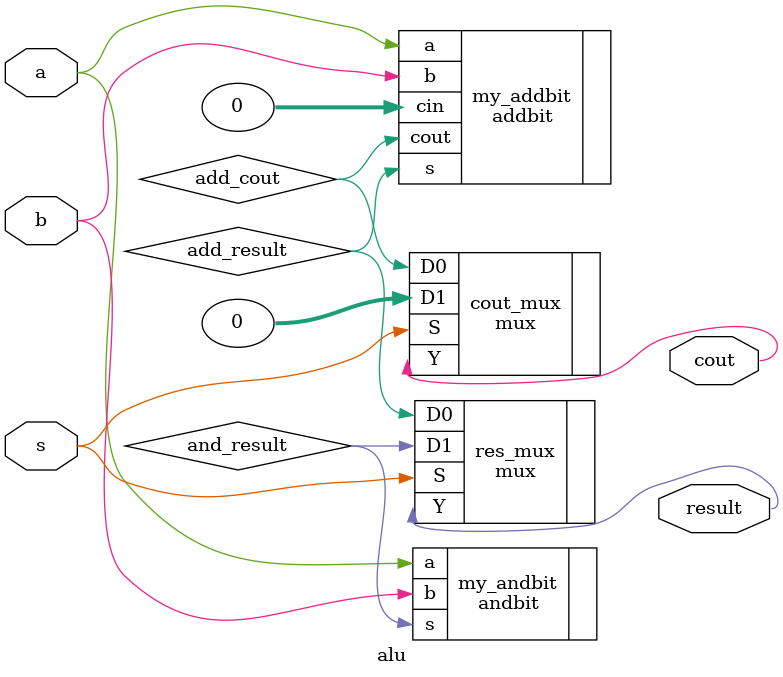
<source format=v>
`timescale 1ns / 1ps


module alu(
    input a, b, s, 
    output result, cout
    );
    
    // s = 0, addbit
    // s = 1, andbit
    
    wire add_result;
    wire and_result;
    
    wire add_cout;
    
    addbit my_addbit(.cin(0), .a(a), .b(b), .s(add_result), .cout(add_cout));
    andbit my_andbit(.a(a), .b(b), .s(and_result));
    
    mux res_mux(.Y(result), .D0(add_result), .D1(and_result), .S(s));
    mux cout_mux(.Y(cout), .D0(add_cout), .D1(0), .S(s));
    
endmodule

</source>
